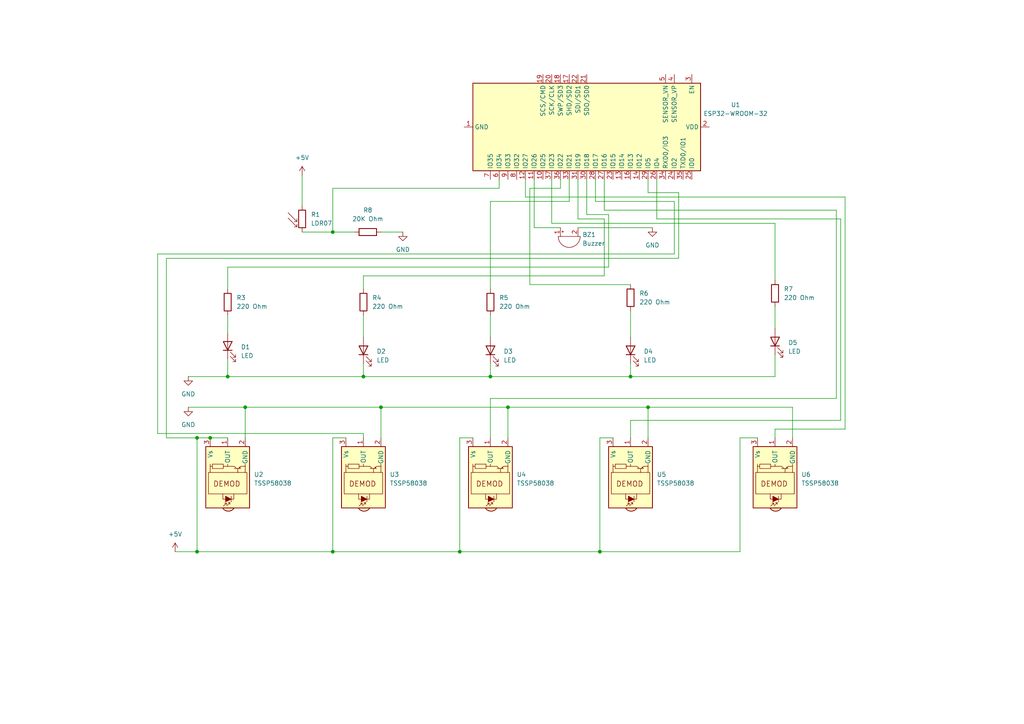
<source format=kicad_sch>
(kicad_sch (version 20250114) (generator "eeschema") (generator_version "9.0")
  (paper "A4")
  (lib_symbols
    (symbol "Device:Buzzer" (pin_names (offset 0.0254) (hide yes))
      (property "Reference" "BZ" (at 3.81 1.27 0))
      (property "Value" "Buzzer" (at 3.81 -1.27 0))
      (symbol "Buzzer_0_1"
        (polyline (pts (xy -1.651 1.905) (xy -1.143 1.905)))
        (polyline (pts (xy -1.397 2.159) (xy -1.397 1.651)))
        (arc (start 0 3.175) (mid 3.1612 0) (end 0 -3.175))
        (polyline (pts (xy 0 3.175) (xy 0 -3.175)))
      )
      (symbol "Buzzer_1_1"
        (pin passive line (at -2.54 2.54 0) (length 2.54) (name "+") (number "1"))
        (pin passive line (at -2.54 -2.54 0) (length 2.54) (name "-") (number "2"))
      )
    )
    (symbol "Device:LED" (pin_numbers (hide yes)) (pin_names (offset 1.016) (hide yes))
      (property "Reference" "D" (at 0 2.54 0))
      (property "Value" "LED" (at 0 -2.54 0))
      (symbol "LED_0_1"
        (polyline (pts (xy -3.048 -0.762) (xy -4.572 -2.286) (xy -3.81 -2.286) (xy -4.572 -2.286) (xy -4.572 -1.524)))
        (polyline (pts (xy -1.778 -0.762) (xy -3.302 -2.286) (xy -2.54 -2.286) (xy -3.302 -2.286) (xy -3.302 -1.524)))
        (polyline (pts (xy -1.27 0) (xy 1.27 0)))
        (polyline (pts (xy -1.27 -1.27) (xy -1.27 1.27)) (stroke (width 0.254)))
        (polyline (pts (xy 1.27 -1.27) (xy 1.27 1.27) (xy -1.27 0) (xy 1.27 -1.27)) (stroke (width 0.254)))
      )
      (symbol "LED_1_1"
        (pin passive line (at -3.81 0 0) (length 2.54) (name "K") (number "1"))
        (pin passive line (at 3.81 0 180) (length 2.54) (name "A") (number "2"))
      )
    )
    (symbol "Device:R" (pin_numbers (hide yes)) (pin_names (offset 0))
      (property "Reference" "R" (at 2.032 0 90))
      (property "Value" "R" (at 0 0 90))
      (symbol "R_0_1"
        (rectangle (start -1.016 -2.54) (end 1.016 2.54) (stroke (width 0.254)))
      )
      (symbol "R_1_1"
        (pin passive line (at 0 3.81 270) (length 1.27) (name "~") (number "1"))
        (pin passive line (at 0 -3.81 90) (length 1.27) (name "~") (number "2"))
      )
    )
    (symbol "RF_Module:ESP32-WROOM-32"
      (property "Reference" "U" (at -12.7 34.29 0))
      (property "Value" "ESP32-WROOM-32" (at 1.27 34.29 0))
      (symbol "ESP32-WROOM-32_0_1"
        (rectangle (start -12.7 33.02) (end 12.7 -33.02) (stroke (width 0.254)) (fill (type background)))
      )
      (symbol "ESP32-WROOM-32_1_1"
        (pin input line (at -15.24 30.48 0) (length 2.54) (name "EN") (number "3"))
        (pin input line (at -15.24 25.4 0) (length 2.54) (name "SENSOR_VP") (number "4"))
        (pin input line (at -15.24 22.86 0) (length 2.54) (name "SENSOR_VN") (number "5"))
        (pin bidirectional line (at -15.24 0 0) (length 2.54) (name "SDO/SD0") (number "21"))
        (pin bidirectional line (at -15.24 -2.54 0) (length 2.54) (name "SDI/SD1") (number "22"))
        (pin bidirectional line (at -15.24 -5.08 0) (length 2.54) (name "SHD/SD2") (number "17"))
        (pin bidirectional line (at -15.24 -7.62 0) (length 2.54) (name "SWP/SD3") (number "18"))
        (pin bidirectional line (at -15.24 -10.16 0) (length 2.54) (name "SCK/CLK") (number "20"))
        (pin bidirectional line (at -15.24 -12.7 0) (length 2.54) (name "SCS/CMD") (number "19"))
        (pin no_connect line (at -12.7 -27.94 0) (length 2.54) (hide yes) (name "NC") (number "32"))
        (pin power_in line (at 0 35.56 270) (length 2.54) (name "VDD") (number "2"))
        (pin power_in line (at 0 -35.56 90) (length 2.54) (name "GND") (number "1"))
        (pin passive line (at 0 -35.56 90) (length 2.54) (hide yes) (name "GND") (number "15"))
        (pin passive line (at 0 -35.56 90) (length 2.54) (hide yes) (name "GND") (number "38"))
        (pin passive line (at 0 -35.56 90) (length 2.54) (hide yes) (name "GND") (number "39"))
        (pin bidirectional line (at 15.24 30.48 180) (length 2.54) (name "IO0") (number "25"))
        (pin bidirectional line (at 15.24 27.94 180) (length 2.54) (name "TXD0/IO1") (number "35"))
        (pin bidirectional line (at 15.24 25.4 180) (length 2.54) (name "IO2") (number "24"))
        (pin bidirectional line (at 15.24 22.86 180) (length 2.54) (name "RXD0/IO3") (number "34"))
        (pin bidirectional line (at 15.24 20.32 180) (length 2.54) (name "IO4") (number "26"))
        (pin bidirectional line (at 15.24 17.78 180) (length 2.54) (name "IO5") (number "29"))
        (pin bidirectional line (at 15.24 15.24 180) (length 2.54) (name "IO12") (number "14"))
        (pin bidirectional line (at 15.24 12.7 180) (length 2.54) (name "IO13") (number "16"))
        (pin bidirectional line (at 15.24 10.16 180) (length 2.54) (name "IO14") (number "13"))
        (pin bidirectional line (at 15.24 7.62 180) (length 2.54) (name "IO15") (number "23"))
        (pin bidirectional line (at 15.24 5.08 180) (length 2.54) (name "IO16") (number "27"))
        (pin bidirectional line (at 15.24 2.54 180) (length 2.54) (name "IO17") (number "28"))
        (pin bidirectional line (at 15.24 0 180) (length 2.54) (name "IO18") (number "30"))
        (pin bidirectional line (at 15.24 -2.54 180) (length 2.54) (name "IO19") (number "31"))
        (pin bidirectional line (at 15.24 -5.08 180) (length 2.54) (name "IO21") (number "33"))
        (pin bidirectional line (at 15.24 -7.62 180) (length 2.54) (name "IO22") (number "36"))
        (pin bidirectional line (at 15.24 -10.16 180) (length 2.54) (name "IO23") (number "37"))
        (pin bidirectional line (at 15.24 -12.7 180) (length 2.54) (name "IO25") (number "10"))
        (pin bidirectional line (at 15.24 -15.24 180) (length 2.54) (name "IO26") (number "11"))
        (pin bidirectional line (at 15.24 -17.78 180) (length 2.54) (name "IO27") (number "12"))
        (pin bidirectional line (at 15.24 -20.32 180) (length 2.54) (name "IO32") (number "8"))
        (pin bidirectional line (at 15.24 -22.86 180) (length 2.54) (name "IO33") (number "9"))
        (pin input line (at 15.24 -25.4 180) (length 2.54) (name "IO34") (number "6"))
        (pin input line (at 15.24 -27.94 180) (length 2.54) (name "IO35") (number "7"))
      )
    )
    (symbol "Sensor_Optical:LDR07" (pin_numbers (hide yes)) (pin_names (offset 0))
      (property "Reference" "R" (at -5.08 0 90))
      (property "Value" "LDR07" (at 1.905 0 90))
      (symbol "LDR07_0_1"
        (polyline (pts (xy -1.524 -0.762) (xy -4.064 1.778)))
        (polyline (pts (xy -1.524 -0.762) (xy -2.286 -0.762)))
        (polyline (pts (xy -1.524 -0.762) (xy -1.524 0)))
        (polyline (pts (xy -1.524 -2.286) (xy -4.064 0.254)))
        (polyline (pts (xy -1.524 -2.286) (xy -2.286 -2.286)))
        (polyline (pts (xy -1.524 -2.286) (xy -1.524 -1.524)))
        (rectangle (start -1.016 2.54) (end 1.016 -2.54) (stroke (width 0.254)))
      )
      (symbol "LDR07_1_1"
        (pin passive line (at 0 3.81 270) (length 1.27) (name "~") (number "1"))
        (pin passive line (at 0 -3.81 90) (length 1.27) (name "~") (number "2"))
      )
    )
    (symbol "Sensor_Proximity:TSSP58038" (pin_names (offset 1.016))
      (property "Reference" "U" (at -10.16 7.62 0))
      (property "Value" "TSSP58038" (at -10.16 -7.62 0))
      (symbol "TSSP58038_0_0"
        (arc (start -10.287 -1.778) (mid -11.0899 -0.1905) (end -10.287 1.397) (stroke (width 0.254)) (fill (type background)))
        (polyline (pts (xy 1.905 5.08) (xy 0.127 5.08)))
        (polyline (pts (xy 1.905 -5.08) (xy 0.127 -5.08)))
        (text "DEMOD" (at -3.175 0.254 900) (effects (font (size 1.524 1.524))))
      )
      (symbol "TSSP58038_0_1"
        (polyline (pts (xy -8.763 0.381) (xy -9.652 1.27)))
        (polyline (pts (xy -8.763 0.381) (xy -9.271 0.381)))
        (polyline (pts (xy -8.763 0.381) (xy -8.763 0.889)))
        (polyline (pts (xy -8.636 -0.635) (xy -9.525 0.254)))
        (polyline (pts (xy -8.636 -0.635) (xy -9.144 -0.635)))
        (polyline (pts (xy -8.636 -0.635) (xy -8.636 -0.127)))
        (polyline (pts (xy -8.382 0.635) (xy -6.731 0.635) (xy -7.62 -1.016) (xy -8.382 0.635)) (fill (type outline)))
        (polyline (pts (xy -8.382 -1.016) (xy -6.731 -1.016)))
        (rectangle (start -6.096 5.588) (end 0.127 -5.588))
        (polyline (pts (xy -6.096 1.397) (xy -7.62 1.397) (xy -7.62 -1.778) (xy -6.096 -1.778)))
        (polyline (pts (xy 1.27 -1.905) (xy 1.27 -3.81)))
        (polyline (pts (xy 1.27 -2.54) (xy 1.905 -1.905) (xy 1.905 0) (xy 2.54 0)))
        (polyline (pts (xy 1.27 -2.921) (xy 0.127 -2.921)))
        (polyline (pts (xy 1.27 -3.175) (xy 1.905 -3.81) (xy 1.905 -5.08) (xy 2.54 -5.08)))
        (polyline (pts (xy 1.397 -3.556) (xy 1.524 -3.556)))
        (polyline (pts (xy 1.651 -3.556) (xy 1.524 -3.556)))
        (polyline (pts (xy 1.651 -3.556) (xy 1.651 -3.302)))
        (polyline (pts (xy 1.905 4.445) (xy 1.905 5.08) (xy 2.54 5.08)))
        (polyline (pts (xy 1.905 0) (xy 1.905 1.27)))
        (rectangle (start 2.54 1.27) (end 1.27 4.445))
        (rectangle (start 7.62 6.35) (end -10.16 -6.35) (stroke (width 0.254)) (fill (type background)))
      )
      (symbol "TSSP58038_1_1"
        (pin power_in line (at 10.16 5.08 180) (length 2.54) (name "Vs") (number "3"))
        (pin output line (at 10.16 0 180) (length 2.54) (name "OUT") (number "1"))
        (pin power_in line (at 10.16 -5.08 180) (length 2.54) (name "GND") (number "2"))
      )
    )
    (symbol "power:+5V" (power) (pin_numbers (hide yes)) (pin_names (offset 0) (hide yes))
      (property "Value" "+5V" (at 0 3.556 0))
      (symbol "+5V_0_1"
        (polyline (pts (xy -0.762 1.27) (xy 0 2.54)))
        (polyline (pts (xy 0 2.54) (xy 0.762 1.27)))
        (polyline (pts (xy 0 0) (xy 0 2.54)))
      )
      (symbol "+5V_1_1"
        (pin power_in line (at 0 0 90) (length 0) (name "~") (number "1"))
      )
    )
    (symbol "power:GND" (power) (pin_numbers (hide yes)) (pin_names (offset 0) (hide yes))
      (property "Value" "GND" (at 0 -3.81 0))
      (symbol "GND_0_1"
        (polyline (pts (xy 0 0) (xy 0 -1.27) (xy 1.27 -1.27) (xy 0 -2.54) (xy -1.27 -1.27) (xy 0 -1.27)))
      )
      (symbol "GND_1_1"
        (pin power_in line (at 0 0 270) (length 0) (name "~") (number "1"))
      )
    )
  )
  (junction (at 57.15 160.02))
  (junction (at 173.99 160.02))
  (junction (at 60.96 127))
  (junction (at 57.15 127))
  (junction (at 187.96 118.11))
  (junction (at 147.32 118.11))
  (junction (at 66.04 109.22))
  (junction (at 96.52 160.02))
  (junction (at 71.12 118.11))
  (junction (at 182.88 109.22))
  (junction (at 105.41 109.22))
  (junction (at 142.24 109.22))
  (junction (at 133.35 160.02))
  (junction (at 96.52 67.31))
  (junction (at 110.49 118.11))
  (wire (pts (xy 195.58 58.42) (xy 172.72 58.42)))
  (wire (pts (xy 71.12 127) (xy 71.12 118.11)))
  (wire (pts (xy 167.64 66.04) (xy 189.23 66.04)))
  (wire (pts (xy 243.84 63.5) (xy 243.84 121.92)))
  (wire (pts (xy 45.72 73.66) (xy 195.58 73.66)))
  (wire (pts (xy 224.79 102.87) (xy 224.79 109.22)))
  (wire (pts (xy 54.61 109.22) (xy 66.04 109.22)))
  (wire (pts (xy 71.12 118.11) (xy 54.61 118.11)))
  (wire (pts (xy 142.24 58.42) (xy 165.1 58.42)))
  (wire (pts (xy 242.57 115.57) (xy 242.57 60.96)))
  (wire (pts (xy 175.26 80.01) (xy 105.41 80.01)))
  (wire (pts (xy 147.32 118.11) (xy 110.49 118.11)))
  (wire (pts (xy 170.18 62.23) (xy 170.18 52.07)))
  (wire (pts (xy 175.26 60.96) (xy 175.26 52.07)))
  (wire (pts (xy 182.88 105.41) (xy 182.88 109.22)))
  (wire (pts (xy 142.24 91.44) (xy 142.24 97.79)))
  (wire (pts (xy 182.88 90.17) (xy 182.88 97.79)))
  (wire (pts (xy 48.26 127) (xy 48.26 74.93)))
  (wire (pts (xy 229.87 118.11) (xy 187.96 118.11)))
  (wire (pts (xy 154.94 66.04) (xy 162.56 66.04)))
  (wire (pts (xy 133.35 127) (xy 133.35 160.02)))
  (wire (pts (xy 167.64 63.5) (xy 175.26 63.5)))
  (wire (pts (xy 87.63 50.8) (xy 87.63 59.69)))
  (wire (pts (xy 224.79 109.22) (xy 182.88 109.22)))
  (wire (pts (xy 173.99 127) (xy 173.99 160.02)))
  (wire (pts (xy 154.94 52.07) (xy 154.94 66.04)))
  (wire (pts (xy 153.67 54.61) (xy 162.56 54.61)))
  (wire (pts (xy 57.15 127) (xy 60.96 127)))
  (wire (pts (xy 173.99 160.02) (xy 133.35 160.02)))
  (wire (pts (xy 190.5 63.5) (xy 243.84 63.5)))
  (wire (pts (xy 245.11 124.46) (xy 245.11 57.15)))
  (wire (pts (xy 105.41 127) (xy 105.41 125.73)))
  (wire (pts (xy 105.41 109.22) (xy 66.04 109.22)))
  (wire (pts (xy 182.88 109.22) (xy 142.24 109.22)))
  (wire (pts (xy 175.26 63.5) (xy 175.26 80.01)))
  (wire (pts (xy 100.33 127) (xy 96.52 127)))
  (wire (pts (xy 60.96 127) (xy 66.04 127)))
  (wire (pts (xy 48.26 127) (xy 57.15 127)))
  (wire (pts (xy 142.24 109.22) (xy 105.41 109.22)))
  (wire (pts (xy 224.79 127) (xy 224.79 124.46)))
  (wire (pts (xy 224.79 88.9) (xy 224.79 95.25)))
  (wire (pts (xy 160.02 64.77) (xy 224.79 64.77)))
  (wire (pts (xy 147.32 127) (xy 147.32 118.11)))
  (wire (pts (xy 196.85 55.88) (xy 187.96 55.88)))
  (wire (pts (xy 245.11 57.15) (xy 152.4 57.15)))
  (wire (pts (xy 133.35 160.02) (xy 96.52 160.02)))
  (wire (pts (xy 110.49 127) (xy 110.49 118.11)))
  (wire (pts (xy 190.5 52.07) (xy 190.5 63.5)))
  (wire (pts (xy 177.8 127) (xy 173.99 127)))
  (wire (pts (xy 162.56 54.61) (xy 162.56 52.07)))
  (wire (pts (xy 87.63 67.31) (xy 96.52 67.31)))
  (wire (pts (xy 176.53 77.47) (xy 176.53 62.23)))
  (wire (pts (xy 144.78 54.61) (xy 96.52 54.61)))
  (wire (pts (xy 152.4 57.15) (xy 152.4 52.07)))
  (wire (pts (xy 142.24 127) (xy 142.24 115.57)))
  (wire (pts (xy 187.96 118.11) (xy 147.32 118.11)))
  (wire (pts (xy 176.53 62.23) (xy 170.18 62.23)))
  (wire (pts (xy 96.52 160.02) (xy 57.15 160.02)))
  (wire (pts (xy 196.85 74.93) (xy 196.85 55.88)))
  (wire (pts (xy 57.15 160.02) (xy 50.8 160.02)))
  (wire (pts (xy 96.52 67.31) (xy 102.87 67.31)))
  (wire (pts (xy 229.87 127) (xy 229.87 118.11)))
  (wire (pts (xy 219.71 127) (xy 214.63 127)))
  (wire (pts (xy 66.04 83.82) (xy 66.04 77.47)))
  (wire (pts (xy 195.58 73.66) (xy 195.58 58.42)))
  (wire (pts (xy 182.88 82.55) (xy 153.67 82.55)))
  (wire (pts (xy 105.41 125.73) (xy 45.72 125.73)))
  (wire (pts (xy 172.72 58.42) (xy 172.72 52.07)))
  (wire (pts (xy 165.1 52.07) (xy 165.1 58.42)))
  (wire (pts (xy 142.24 115.57) (xy 242.57 115.57)))
  (wire (pts (xy 182.88 121.92) (xy 182.88 127)))
  (wire (pts (xy 167.64 52.07) (xy 167.64 63.5)))
  (wire (pts (xy 96.52 54.61) (xy 96.52 67.31)))
  (wire (pts (xy 66.04 104.14) (xy 66.04 109.22)))
  (wire (pts (xy 187.96 55.88) (xy 187.96 52.07)))
  (wire (pts (xy 142.24 105.41) (xy 142.24 109.22)))
  (wire (pts (xy 153.67 82.55) (xy 153.67 54.61)))
  (wire (pts (xy 224.79 64.77) (xy 224.79 81.28)))
  (wire (pts (xy 142.24 58.42) (xy 142.24 83.82)))
  (wire (pts (xy 160.02 52.07) (xy 160.02 64.77)))
  (wire (pts (xy 66.04 91.44) (xy 66.04 96.52)))
  (wire (pts (xy 243.84 121.92) (xy 182.88 121.92)))
  (wire (pts (xy 110.49 67.31) (xy 116.84 67.31)))
  (wire (pts (xy 175.26 60.96) (xy 242.57 60.96)))
  (wire (pts (xy 105.41 91.44) (xy 105.41 97.79)))
  (wire (pts (xy 110.49 118.11) (xy 71.12 118.11)))
  (wire (pts (xy 96.52 127) (xy 96.52 160.02)))
  (wire (pts (xy 105.41 105.41) (xy 105.41 109.22)))
  (wire (pts (xy 144.78 52.07) (xy 144.78 54.61)))
  (wire (pts (xy 137.16 127) (xy 133.35 127)))
  (wire (pts (xy 187.96 127) (xy 187.96 118.11)))
  (wire (pts (xy 66.04 77.47) (xy 176.53 77.47)))
  (wire (pts (xy 48.26 74.93) (xy 196.85 74.93)))
  (wire (pts (xy 214.63 160.02) (xy 173.99 160.02)))
  (wire (pts (xy 57.15 127) (xy 57.15 160.02)))
  (wire (pts (xy 214.63 127) (xy 214.63 160.02)))
  (wire (pts (xy 105.41 80.01) (xy 105.41 83.82)))
  (wire (pts (xy 45.72 125.73) (xy 45.72 73.66)))
  (wire (pts (xy 224.79 124.46) (xy 245.11 124.46)))
  (symbol (lib_id "Device:Buzzer") (at 165.1 68.58 90) (mirror x) (unit 1)
    (property "Reference" "BZ1" (at 168.91 68.065 90) (effects (justify right)))
    (property "Value" "Buzzer" (at 168.91 70.605 90) (effects (justify right)))
    (property "Description" "Buzzer, polarized" (effects (hide yes)))
  )
  (symbol (lib_id "Sensor_Proximity:TSSP58038") (at 105.41 137.16 90) (unit 1)
    (property "Reference" "U3" (at 113.03 137.6248 90) (effects (justify right)))
    (property "Value" "TSSP58038" (at 113.03 140.1648 90) (effects (justify right)))
    (property "Footprint" "OptoDevice:Vishay_MINICAST-3Pin" (effects (hide yes)))
    (property "Datasheet" "http://www.vishay.com/docs/82476/tssp58p38.pdf" (effects (hide yes)))
    (property "Description" "IR Detector for Mid Range Proximity Sensor" (effects (hide yes)))
  )
  (symbol (lib_id "Device:R") (at 142.24 87.63 0) (unit 1)
    (property "Reference" "R5" (at 144.78 86.3599 0) (effects (justify left)))
    (property "Value" "220 Ohm" (at 144.78 88.8999 0) (effects (justify left)))
    (property "Description" "Resistor" (effects (hide yes)))
  )
  (symbol (lib_id "Device:LED") (at 142.24 101.6 90) (unit 1)
    (property "Reference" "D3" (at 146.05 101.9174 90) (effects (justify right)))
    (property "Value" "LED" (at 146.05 104.4574 90) (effects (justify right)))
    (property "Description" "Light emitting diode" (effects (hide yes)))
    (property "Sim.Pins" "1=K 2=A" (effects (hide yes)))
  )
  (symbol (lib_id "Sensor_Proximity:TSSP58038") (at 142.24 137.16 90) (unit 1)
    (property "Reference" "U4" (at 149.86 137.6248 90) (effects (justify right)))
    (property "Value" "TSSP58038" (at 149.86 140.1648 90) (effects (justify right)))
    (property "Footprint" "OptoDevice:Vishay_MINICAST-3Pin" (effects (hide yes)))
    (property "Datasheet" "http://www.vishay.com/docs/82476/tssp58p38.pdf" (effects (hide yes)))
    (property "Description" "IR Detector for Mid Range Proximity Sensor" (effects (hide yes)))
  )
  (symbol (lib_id "Device:R") (at 105.41 87.63 0) (unit 1)
    (property "Reference" "R4" (at 107.95 86.3599 0) (effects (justify left)))
    (property "Value" "220 Ohm" (at 107.95 88.8999 0) (effects (justify left)))
    (property "Description" "Resistor" (effects (hide yes)))
  )
  (symbol (lib_id "power:GND") (at 54.61 109.22 0) (unit 1)
    (property "Reference" "#PWR01" (effects (hide yes)))
    (property "Value" "GND" (at 54.61 114.3 0))
    (property "Description" "Power symbol creates a global label with name \"GND\" , ground" (effects (hide yes)))
  )
  (symbol (lib_id "power:GND") (at 116.84 67.31 0) (unit 1)
    (property "Reference" "#PWR07" (effects (hide yes)))
    (property "Value" "GND" (at 116.84 72.39 0))
    (property "Description" "Power symbol creates a global label with name \"GND\" , ground" (effects (hide yes)))
  )
  (symbol (lib_id "Device:R") (at 224.79 85.09 0) (unit 1)
    (property "Reference" "R7" (at 227.33 83.8199 0) (effects (justify left)))
    (property "Value" "220 Ohm" (at 227.33 86.3599 0) (effects (justify left)))
    (property "Description" "Resistor" (effects (hide yes)))
  )
  (symbol (lib_id "power:+5V") (at 87.63 50.8 0) (unit 1)
    (property "Reference" "#PWR08" (effects (hide yes)))
    (property "Value" "+5V" (at 87.63 45.72 0))
    (property "Description" "Power symbol creates a global label with name \"+5V\"" (effects (hide yes)))
  )
  (symbol (lib_id "Device:LED") (at 224.79 99.06 90) (unit 1)
    (property "Reference" "D5" (at 228.6 99.3774 90) (effects (justify right)))
    (property "Value" "LED" (at 228.6 101.9174 90) (effects (justify right)))
    (property "Description" "Light emitting diode" (effects (hide yes)))
    (property "Sim.Pins" "1=K 2=A" (effects (hide yes)))
  )
  (symbol (lib_id "RF_Module:ESP32-WROOM-32") (at 170.18 36.83 270) (unit 1)
    (property "Reference" "U1" (at 213.36 30.4098 90))
    (property "Value" "ESP32-WROOM-32" (at 213.36 32.9498 90))
    (property "Footprint" "RF_Module:ESP32-WROOM-32" (effects (hide yes)))
    (property "Datasheet" "https://www.espressif.com/sites/default/files/documentation/esp32-wroom-32_datasheet_en.pdf" (effects (hide yes)))
    (property "Description" "RF Module, ESP32-D0WDQ6 SoC, Wi-Fi 802.11b/g/n, Bluetooth, BLE, 32-bit, 2.7-3.6V, onboard antenna, SMD" (effects (hide yes)))
  )
  (symbol (lib_id "power:GND") (at 189.23 66.04 0) (unit 1)
    (property "Reference" "#PWR06" (effects (hide yes)))
    (property "Value" "GND" (at 189.23 71.12 0))
    (property "Description" "Power symbol creates a global label with name \"GND\" , ground" (effects (hide yes)))
  )
  (symbol (lib_id "Device:R") (at -119.38 19.05 0) (unit 1)
    (property "Reference" "R2" (at -115.57 17.7799 0) (effects (justify left)))
    (property "Value" "R" (at -115.57 20.3199 0) (effects (justify left)))
    (property "Description" "Resistor" (effects (hide yes)))
  )
  (symbol (lib_id "power:GND") (at 54.61 118.11 0) (unit 1)
    (property "Reference" "#PWR02" (effects (hide yes)))
    (property "Value" "GND" (at 54.61 123.19 0))
    (property "Description" "Power symbol creates a global label with name \"GND\" , ground" (effects (hide yes)))
  )
  (symbol (lib_id "Device:LED") (at 182.88 101.6 90) (unit 1)
    (property "Reference" "D4" (at 186.69 101.9174 90) (effects (justify right)))
    (property "Value" "LED" (at 186.69 104.4574 90) (effects (justify right)))
    (property "Description" "Light emitting diode" (effects (hide yes)))
    (property "Sim.Pins" "1=K 2=A" (effects (hide yes)))
  )
  (symbol (lib_id "Device:R") (at 182.88 86.36 0) (unit 1)
    (property "Reference" "R6" (at 185.42 85.0899 0) (effects (justify left)))
    (property "Value" "220 Ohm" (at 185.42 87.6299 0) (effects (justify left)))
    (property "Description" "Resistor" (effects (hide yes)))
  )
  (symbol (lib_id "Sensor_Optical:LDR07") (at 87.63 63.5 0) (unit 1)
    (property "Reference" "R1" (at 90.17 62.2299 0) (effects (justify left)))
    (property "Value" "LDR07" (at 90.17 64.7699 0) (effects (justify left)))
    (property "Footprint" "OptoDevice:R_LDR_5.1x4.3mm_P3.4mm_Vertical" (effects (hide yes)))
    (property "Datasheet" "http://www.tme.eu/de/Document/f2e3ad76a925811312d226c31da4cd7e/LDR07.pdf" (effects (hide yes)))
    (property "Description" "light dependent resistor" (effects (hide yes)))
  )
  (symbol (lib_id "Sensor_Proximity:TSSP58038") (at 182.88 137.16 90) (unit 1)
    (property "Reference" "U5" (at 190.5 137.6248 90) (effects (justify right)))
    (property "Value" "TSSP58038" (at 190.5 140.1648 90) (effects (justify right)))
    (property "Footprint" "OptoDevice:Vishay_MINICAST-3Pin" (effects (hide yes)))
    (property "Datasheet" "http://www.vishay.com/docs/82476/tssp58p38.pdf" (effects (hide yes)))
    (property "Description" "IR Detector for Mid Range Proximity Sensor" (effects (hide yes)))
  )
  (symbol (lib_id "Device:LED") (at 105.41 101.6 90) (unit 1)
    (property "Reference" "D2" (at 109.22 101.9174 90) (effects (justify right)))
    (property "Value" "LED" (at 109.22 104.4574 90) (effects (justify right)))
    (property "Description" "Light emitting diode" (effects (hide yes)))
    (property "Sim.Pins" "1=K 2=A" (effects (hide yes)))
  )
  (symbol (lib_id "Sensor_Proximity:TSSP58038") (at 66.04 137.16 90) (unit 1)
    (property "Reference" "U2" (at 73.66 137.6248 90) (effects (justify right)))
    (property "Value" "TSSP58038" (at 73.66 140.1648 90) (effects (justify right)))
    (property "Footprint" "OptoDevice:Vishay_MINICAST-3Pin" (effects (hide yes)))
    (property "Datasheet" "http://www.vishay.com/docs/82476/tssp58p38.pdf" (effects (hide yes)))
    (property "Description" "IR Detector for Mid Range Proximity Sensor" (effects (hide yes)))
  )
  (symbol (lib_id "Sensor_Proximity:TSSP58038") (at 224.79 137.16 90) (unit 1)
    (property "Reference" "U6" (at 232.41 137.6248 90) (effects (justify right)))
    (property "Value" "TSSP58038" (at 232.41 140.1648 90) (effects (justify right)))
    (property "Footprint" "OptoDevice:Vishay_MINICAST-3Pin" (effects (hide yes)))
    (property "Datasheet" "http://www.vishay.com/docs/82476/tssp58p38.pdf" (effects (hide yes)))
    (property "Description" "IR Detector for Mid Range Proximity Sensor" (effects (hide yes)))
  )
  (symbol (lib_id "Device:LED") (at 66.04 100.33 90) (unit 1)
    (property "Reference" "D1" (at 69.85 100.6474 90) (effects (justify right)))
    (property "Value" "LED" (at 69.85 103.1874 90) (effects (justify right)))
    (property "Description" "Light emitting diode" (effects (hide yes)))
    (property "Sim.Pins" "1=K 2=A" (effects (hide yes)))
  )
  (symbol (lib_id "Device:R") (at 106.68 67.31 90) (unit 1)
    (property "Reference" "R8" (at 106.68 60.96 90))
    (property "Value" "20K Ohm" (at 106.68 63.5 90))
    (property "Description" "Resistor" (effects (hide yes)))
  )
  (symbol (lib_id "power:+5V") (at 50.8 160.02 0) (unit 1)
    (property "Reference" "#PWR09" (effects (hide yes)))
    (property "Value" "+5V" (at 50.8 154.94 0))
    (property "Description" "Power symbol creates a global label with name \"+5V\"" (effects (hide yes)))
  )
  (symbol (lib_id "Device:R") (at 66.04 87.63 0) (unit 1)
    (property "Reference" "R3" (at 68.58 86.3599 0) (effects (justify left)))
    (property "Value" "220 Ohm" (at 68.58 88.8999 0) (effects (justify left)))
    (property "Description" "Resistor" (effects (hide yes)))
  )
)
</source>
